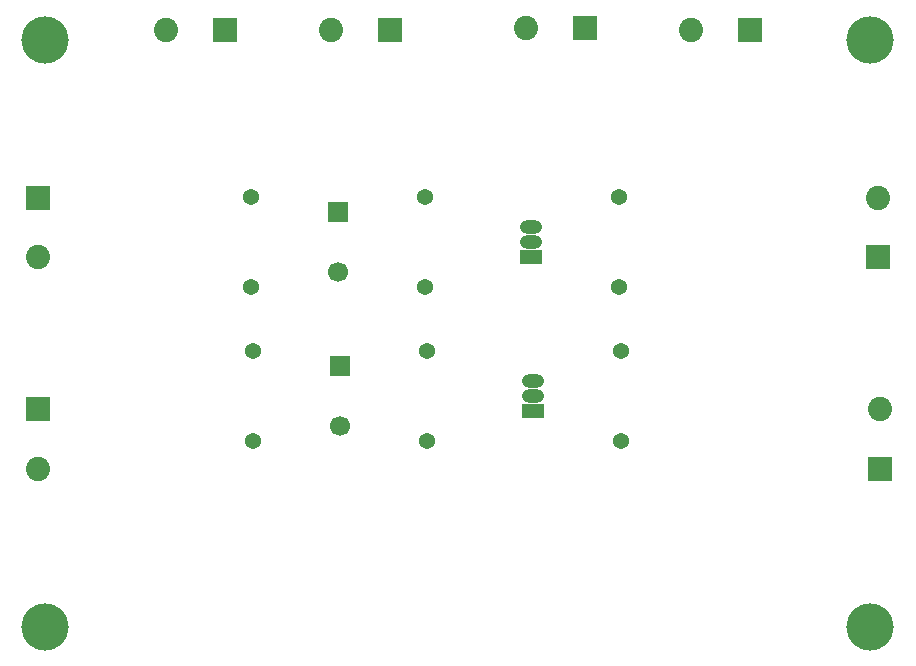
<source format=gbr>
G04 DipTrace 4.2.0.1*
G04 BottomMask.gbr*
%MOMM*%
G04 #@! TF.FileFunction,Soldermask,Bot*
G04 #@! TF.Part,Single*
%ADD26C,4.0*%
%ADD32C,1.37*%
%ADD34C,1.37*%
%ADD36O,1.882X1.162*%
%ADD38R,1.882X1.162*%
%ADD40C,2.05*%
%ADD42R,2.05X2.05*%
%ADD44R,1.7X1.7*%
%ADD46C,1.7*%
%FSLAX35Y35*%
G04*
G71*
G90*
G75*
G01*
G04 BotMask*
%LPD*%
D46*
X3990627Y4515067D3*
D44*
Y5023067D3*
D46*
X4006790Y3213320D3*
D44*
Y3721320D3*
D26*
X8494887Y6483567D3*
Y1514687D3*
X1509890D3*
Y6483563D3*
D42*
X1446387Y5146063D3*
D40*
Y4646063D3*
D42*
X1446380Y3352191D3*
D40*
X1446393Y2852191D3*
D42*
X3029890Y6562940D3*
D40*
X2529890D3*
D42*
X6077887Y6578813D3*
D40*
X5577887D3*
D42*
X8558387Y4646067D3*
D40*
Y5146067D3*
D42*
X8574260Y2852190D3*
D40*
Y3352190D3*
D42*
X4426887Y6562940D3*
D40*
X3926887D3*
D42*
X7474887D3*
D40*
X6974887D3*
D38*
X5624128Y4642062D3*
D36*
X5624123Y4769062D3*
X5624119Y4896062D3*
D38*
X5640289Y3340318D3*
D36*
X5640287Y3467318D3*
X5640284Y3594318D3*
D34*
X3254016Y5150067D3*
D32*
X3254030Y4388067D3*
D34*
X4743390Y3086320D3*
D32*
Y3848320D3*
D34*
X4727227Y4388067D3*
D32*
Y5150067D3*
D34*
X3270190Y3086320D3*
D32*
Y3848320D3*
D34*
X6367637Y4388067D3*
D32*
Y5150067D3*
D34*
X6383797Y3086320D3*
D32*
Y3848320D3*
M02*

</source>
